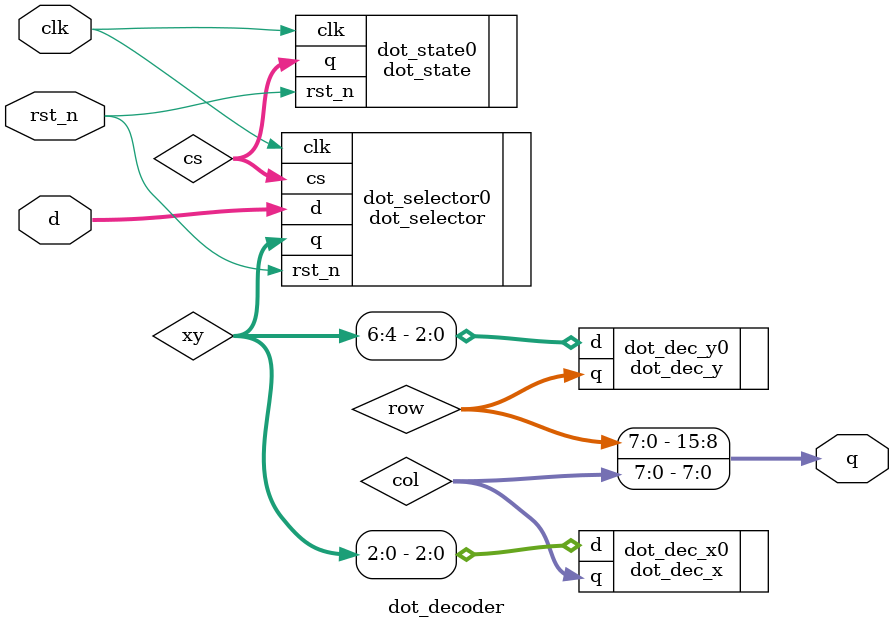
<source format=v>
module dot_decoder (clk, rst_n, d, q);

  input clk, rst_n;
  input [63:0] d;
  output [15:0] q;

  wire [2:0] cs;
  wire [7:0] xy, col, row;

  dot_selector dot_selector0(.clk(clk), .rst_n(rst_n), .cs(cs), .d(d), .q(xy));
  dot_state dot_state0(.clk(clk), .rst_n(rst_n), .q(cs));
  dot_dec_x dot_dec_x0(.d(xy[2:0]), .q(col));
  dot_dec_y dot_dec_y0(.d(xy[6:4]), .q(row));

  assign q = {row, col};

endmodule
</source>
